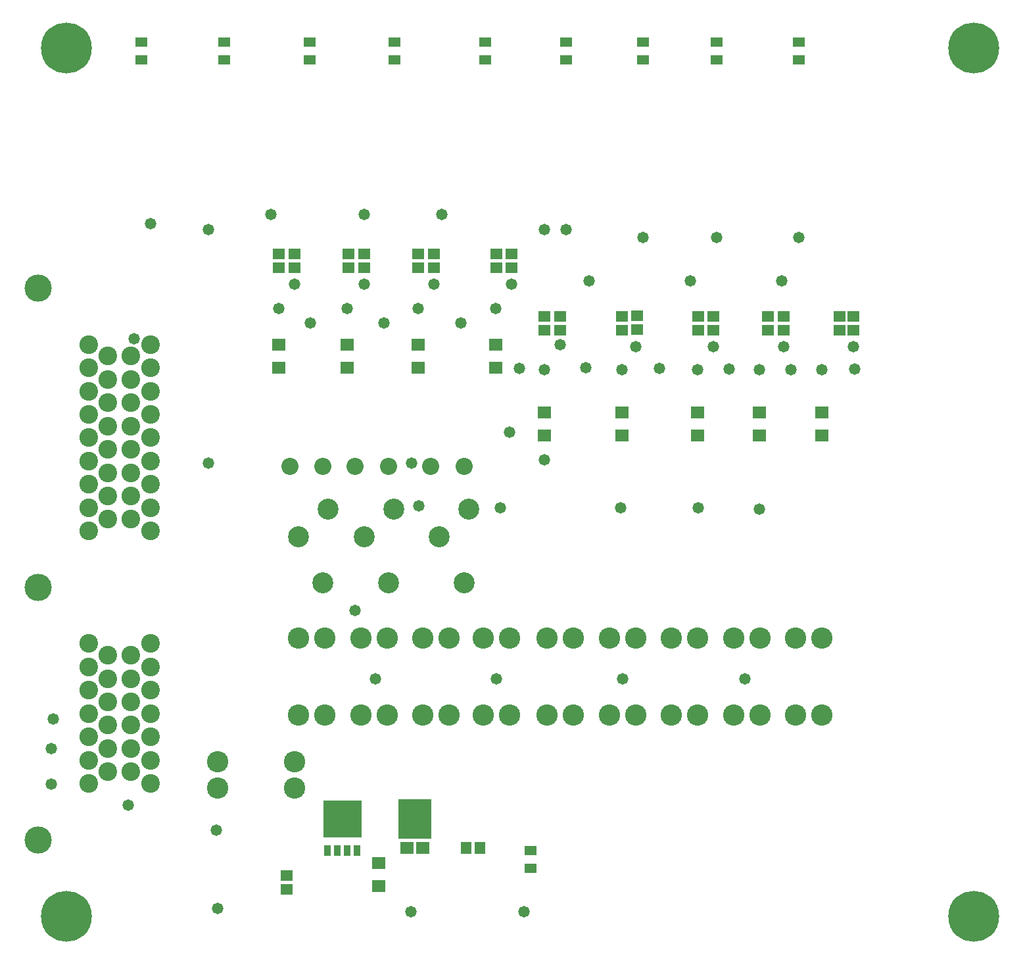
<source format=gbr>
%TF.GenerationSoftware,Altium Limited,Altium Designer,18.1.9 (240)*%
G04 Layer_Color=8388736*
%FSLAX26Y26*%
%MOIN*%
%TF.FileFunction,Soldermask,Top*%
%TF.Part,Single*%
G01*
G75*
%TA.AperFunction,ViaPad*%
%ADD35C,0.258000*%
%TA.AperFunction,ComponentPad*%
%ADD36C,0.094614*%
%ADD37C,0.137921*%
%ADD38C,0.106425*%
%ADD39C,0.086740*%
%ADD40C,0.108000*%
%TA.AperFunction,ViaPad*%
%ADD41C,0.058000*%
%TA.AperFunction,SMDPad,CuDef*%
%ADD43R,0.059181X0.051307*%
%ADD44R,0.061150X0.053276*%
%ADD45R,0.193039X0.189102*%
%ADD46R,0.035559X0.053276*%
%ADD47R,0.053276X0.061150*%
%ADD48R,0.171386X0.200913*%
%ADD49R,0.065087X0.059181*%
%ADD50R,0.065087X0.061150*%
D35*
X4900000Y300000D02*
D03*
X300000D02*
D03*
Y4700000D02*
D03*
X4900000D02*
D03*
D36*
X728346Y2253937D02*
D03*
Y2372047D02*
D03*
Y2490157D02*
D03*
Y2608268D02*
D03*
Y2726378D02*
D03*
Y2844488D02*
D03*
Y2962598D02*
D03*
Y3080709D02*
D03*
Y3198819D02*
D03*
X629921Y2312992D02*
D03*
Y2431102D02*
D03*
Y2549213D02*
D03*
Y2667323D02*
D03*
Y2785433D02*
D03*
Y2903543D02*
D03*
Y3021653D02*
D03*
Y3139764D02*
D03*
X511811Y2312992D02*
D03*
Y2431102D02*
D03*
Y2549213D02*
D03*
Y2667323D02*
D03*
Y2785433D02*
D03*
Y2903543D02*
D03*
Y3021653D02*
D03*
Y3139764D02*
D03*
X413386Y2253937D02*
D03*
Y2372047D02*
D03*
Y2490157D02*
D03*
Y2608268D02*
D03*
Y2726378D02*
D03*
Y2844488D02*
D03*
Y2962598D02*
D03*
Y3080709D02*
D03*
Y3198819D02*
D03*
Y1683071D02*
D03*
Y1564961D02*
D03*
Y1446850D02*
D03*
Y1328740D02*
D03*
Y1210630D02*
D03*
Y1092520D02*
D03*
Y974409D02*
D03*
X511811Y1624016D02*
D03*
Y1505906D02*
D03*
Y1387795D02*
D03*
Y1269685D02*
D03*
Y1151575D02*
D03*
Y1033465D02*
D03*
X629921Y1624016D02*
D03*
Y1505906D02*
D03*
Y1387795D02*
D03*
Y1269685D02*
D03*
Y1151575D02*
D03*
Y1033465D02*
D03*
X728346Y1683071D02*
D03*
Y1564961D02*
D03*
Y1446850D02*
D03*
Y1328740D02*
D03*
Y1210630D02*
D03*
Y1092520D02*
D03*
Y974409D02*
D03*
D37*
X157480Y688976D02*
D03*
Y1968504D02*
D03*
Y3484252D02*
D03*
D38*
X2317207Y1989824D02*
D03*
X2342798Y2363840D02*
D03*
X2193192Y2226045D02*
D03*
X1602873Y1989824D02*
D03*
X1628464Y2363840D02*
D03*
X1478857Y2226045D02*
D03*
X1935039Y1989824D02*
D03*
X1960630Y2363840D02*
D03*
X1811024Y2226045D02*
D03*
D39*
X2147916Y2580376D02*
D03*
X2317207D02*
D03*
X1433582D02*
D03*
X1602873D02*
D03*
X1765748D02*
D03*
X1935039D02*
D03*
D40*
X2242637Y1712659D02*
D03*
Y1322108D02*
D03*
X2108778Y1712659D02*
D03*
Y1322108D02*
D03*
X1612716Y1712659D02*
D03*
Y1322108D02*
D03*
X1478857Y1712659D02*
D03*
Y1322108D02*
D03*
X1927676Y1712659D02*
D03*
Y1322108D02*
D03*
X1793818Y1712659D02*
D03*
Y1322108D02*
D03*
X1067953Y1085630D02*
D03*
X1458504D02*
D03*
X1067953Y951772D02*
D03*
X1458504D02*
D03*
X2872558Y1712659D02*
D03*
Y1322108D02*
D03*
X2738700Y1712659D02*
D03*
Y1322108D02*
D03*
X3187519Y1712659D02*
D03*
Y1322108D02*
D03*
X3053660Y1712659D02*
D03*
Y1322108D02*
D03*
X3502479Y1712659D02*
D03*
Y1322108D02*
D03*
X3368621Y1712659D02*
D03*
Y1322108D02*
D03*
X3817440Y1712659D02*
D03*
Y1322108D02*
D03*
X3683582Y1712659D02*
D03*
Y1322108D02*
D03*
X4132401Y1712659D02*
D03*
Y1322108D02*
D03*
X3998542Y1712659D02*
D03*
Y1322108D02*
D03*
X2547244Y1712677D02*
D03*
Y1322126D02*
D03*
X2413386Y1712677D02*
D03*
Y1322126D02*
D03*
D41*
X223357Y971674D02*
D03*
Y1151575D02*
D03*
X236220Y1301857D02*
D03*
X4015748Y3740157D02*
D03*
X3598673D02*
D03*
X3225551D02*
D03*
X2834646Y3779528D02*
D03*
X2724683D02*
D03*
X2204724Y3858268D02*
D03*
X1811024D02*
D03*
X1338583D02*
D03*
X1020023Y3779528D02*
D03*
Y2598425D02*
D03*
X2052352D02*
D03*
X2088861Y2381184D02*
D03*
X1067953Y341606D02*
D03*
X3740157Y1505906D02*
D03*
X3121452D02*
D03*
X2482942D02*
D03*
X1869345D02*
D03*
X728346Y3809807D02*
D03*
X3928915Y3519571D02*
D03*
X3464567D02*
D03*
X2952756D02*
D03*
X4299431Y3073782D02*
D03*
X3976378Y3070866D02*
D03*
X3661417Y3073782D02*
D03*
X3307087Y3078959D02*
D03*
X2935495Y3081693D02*
D03*
X2598425Y3078959D02*
D03*
X2303150Y3307087D02*
D03*
X1911845D02*
D03*
X1537855D02*
D03*
X2622200Y323955D02*
D03*
X2047244D02*
D03*
X1062953Y738895D02*
D03*
X616005Y866142D02*
D03*
X2500593Y2372047D02*
D03*
X3110236D02*
D03*
X2724683Y2613371D02*
D03*
X3815982Y2363840D02*
D03*
X3503937Y2372047D02*
D03*
X4291339Y3188976D02*
D03*
X3937008D02*
D03*
X3582677D02*
D03*
X3188976D02*
D03*
X2804171Y3198819D02*
D03*
X2559055Y3503937D02*
D03*
X2165354D02*
D03*
X1811024D02*
D03*
X1458504D02*
D03*
X2724683Y3070866D02*
D03*
X3119132D02*
D03*
X3501022D02*
D03*
X3815982D02*
D03*
X4130943D02*
D03*
X2479391Y3380905D02*
D03*
X2086614D02*
D03*
X1725454D02*
D03*
X1377029D02*
D03*
X2547244Y2755905D02*
D03*
X643837Y3228346D02*
D03*
X1765748Y1850394D02*
D03*
D43*
X4015748Y4730315D02*
D03*
Y4639764D02*
D03*
X3598673Y4730315D02*
D03*
Y4639764D02*
D03*
X3225551Y4730315D02*
D03*
Y4639764D02*
D03*
X2834646Y4730315D02*
D03*
Y4639764D02*
D03*
X2425777Y4730315D02*
D03*
Y4639764D02*
D03*
X1965420Y4730315D02*
D03*
Y4639764D02*
D03*
X1535433Y4730315D02*
D03*
Y4639764D02*
D03*
X1102362Y4730315D02*
D03*
Y4639764D02*
D03*
X681072Y4730315D02*
D03*
Y4639764D02*
D03*
X2653791Y545276D02*
D03*
Y635827D02*
D03*
D44*
X2559055Y3587598D02*
D03*
Y3656496D02*
D03*
X1417323Y437992D02*
D03*
Y506890D02*
D03*
X2165354Y3656496D02*
D03*
Y3587598D02*
D03*
X2086614Y3656496D02*
D03*
Y3587598D02*
D03*
X1458504Y3656496D02*
D03*
Y3587598D02*
D03*
X1377029Y3656496D02*
D03*
Y3587598D02*
D03*
X1811024Y3656496D02*
D03*
Y3587598D02*
D03*
X1732284Y3656496D02*
D03*
Y3587598D02*
D03*
X2804171Y3341535D02*
D03*
Y3272638D02*
D03*
X2724683Y3341535D02*
D03*
Y3272638D02*
D03*
X3196477Y3343346D02*
D03*
Y3274449D02*
D03*
X3119132Y3341535D02*
D03*
Y3272638D02*
D03*
X3582677Y3341535D02*
D03*
Y3272638D02*
D03*
X3503937Y3341535D02*
D03*
Y3272638D02*
D03*
X3937008Y3341535D02*
D03*
Y3272638D02*
D03*
X3858268Y3341535D02*
D03*
Y3272638D02*
D03*
X4291339Y3341535D02*
D03*
Y3272638D02*
D03*
X4221494Y3341535D02*
D03*
Y3272638D02*
D03*
X2480315Y3656496D02*
D03*
Y3587598D02*
D03*
D45*
X1700454Y793307D02*
D03*
D46*
X1775454Y635827D02*
D03*
X1725454D02*
D03*
X1675454D02*
D03*
X1625454D02*
D03*
D47*
X2396654Y648976D02*
D03*
X2327756D02*
D03*
D48*
X2068778Y794921D02*
D03*
D49*
X2108778Y648976D02*
D03*
X2028778D02*
D03*
D50*
X1884824Y453740D02*
D03*
Y569882D02*
D03*
X2085690Y3081693D02*
D03*
Y3197834D02*
D03*
X1377029Y3081693D02*
D03*
Y3197834D02*
D03*
X1725454Y3081693D02*
D03*
Y3197834D02*
D03*
X2724683Y2738840D02*
D03*
Y2854982D02*
D03*
X3119132Y2738840D02*
D03*
Y2854982D02*
D03*
X3501022Y2738840D02*
D03*
Y2854982D02*
D03*
X3815982Y2738840D02*
D03*
Y2854982D02*
D03*
X4130943Y2738840D02*
D03*
Y2854982D02*
D03*
X2479391Y3081693D02*
D03*
Y3197834D02*
D03*
%TF.MD5,e4ea64f4b6c2ab47301eadc882cb7f42*%
M02*

</source>
